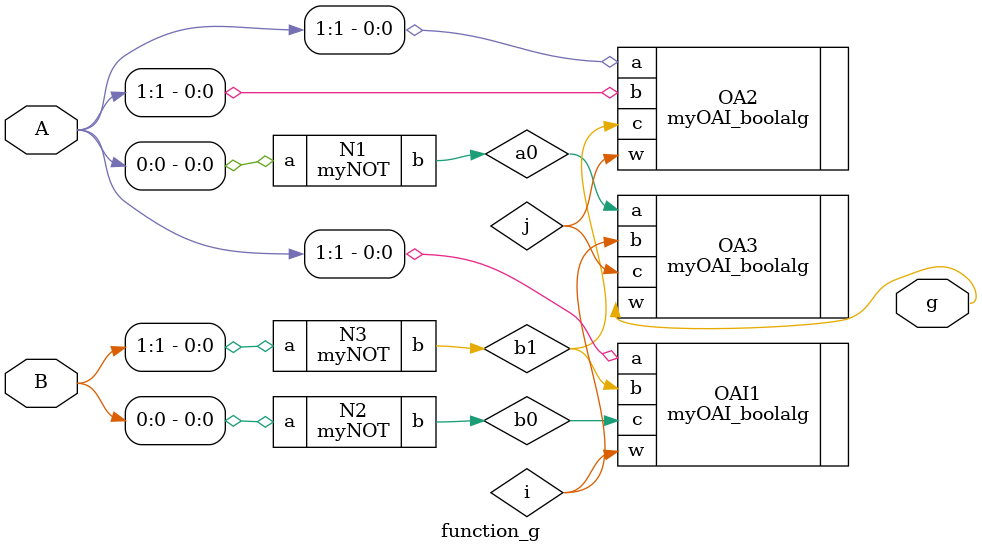
<source format=sv>
`timescale 1ns/1ns
module myNOT(input a, output b);
supply1 vdd;
supply0 gnd;
pmos #(5, 6, 7) T1(b, vdd, a);
nmos #(3, 4, 5) T2(b, gnd, a);
endmodule

module function_g(input[1:0] A, input[1:0] B, output g);
wire i, j, a0, a1, b0, b1;
myNOT N1(.a(A[0]), .b(a0));
myNOT N2(.a(B[0]), .b(b0));
myNOT N3(.a(B[1]), .b(b1));
myOAI_boolalg OAI1(.a(A[1]), .b(b1), .c(b0), .w(i));
myOAI_boolalg OA2(.a(A[1]), .b(A[1]), .c(b1), .w(j));
myOAI_boolalg OA3(.a(a0), .b(i), .c(j), .w(g)); 
endmodule
</source>
